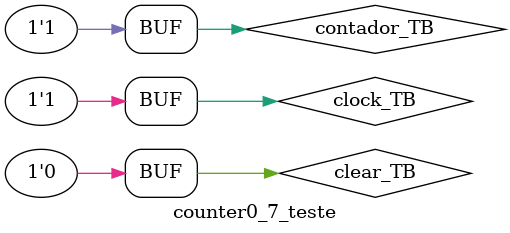
<source format=v>
`timescale 1ns/1ns
`include "counter0_7.v"

module counter0_7_teste;

    reg clock_TB, clear_TB, contador_TB;
  	wire  Q_TB;

  	counter0_7 DUT(.clock(clock_TB), .clear(clear_TB), .non_recycling_counter_output(Q_TB));

    initial
        begin

            $dumpfile("counter0_7_teste.vcd");
            $dumpvars(0, counter0_7_teste);

                clock_TB = 1; clear_TB=1; contador_TB = 0;
            #5   contador_TB = 3;
            #5   clear_TB = 0; 
          
            repeat(8)
                begin
                    #10 clock_TB = ~clock_TB;
                end

        end
endmodule
</source>
